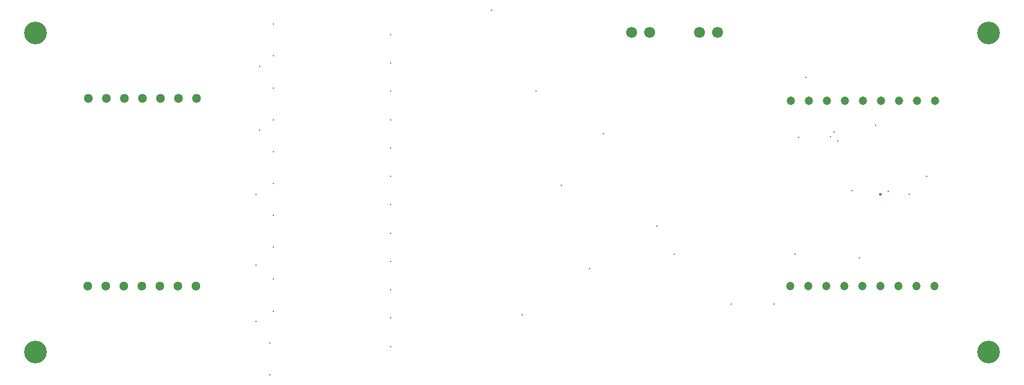
<source format=gbr>
%TF.GenerationSoftware,KiCad,Pcbnew,7.0.6*%
%TF.CreationDate,2023-08-31T22:42:39+02:00*%
%TF.ProjectId,BMS V1.0,424d5320-5631-42e3-902e-6b696361645f,rev?*%
%TF.SameCoordinates,Original*%
%TF.FileFunction,Plated,1,2,PTH,Drill*%
%TF.FilePolarity,Positive*%
%FSLAX46Y46*%
G04 Gerber Fmt 4.6, Leading zero omitted, Abs format (unit mm)*
G04 Created by KiCad (PCBNEW 7.0.6) date 2023-08-31 22:42:39*
%MOMM*%
%LPD*%
G01*
G04 APERTURE LIST*
%TA.AperFunction,ViaDrill*%
%ADD10C,0.300000*%
%TD*%
%TA.AperFunction,ViaDrill*%
%ADD11C,0.400000*%
%TD*%
%TA.AperFunction,ComponentDrill*%
%ADD12C,1.200000*%
%TD*%
%TA.AperFunction,ComponentDrill*%
%ADD13C,1.300000*%
%TD*%
%TA.AperFunction,ComponentDrill*%
%ADD14C,1.550000*%
%TD*%
%TA.AperFunction,ComponentDrill*%
%ADD15C,3.200000*%
%TD*%
G04 APERTURE END LIST*
D10*
X100550000Y-91000000D03*
X100550000Y-101000000D03*
X100550000Y-109000000D03*
X101050000Y-73000000D03*
X101050000Y-82000000D03*
X102500000Y-112000000D03*
X102500000Y-116500000D03*
X103000000Y-67000000D03*
X103000000Y-71500000D03*
X103000000Y-76000000D03*
X103000000Y-80500000D03*
X103000000Y-85000000D03*
X103000000Y-89500000D03*
X103000000Y-94000000D03*
X103000000Y-98500000D03*
X103000000Y-103000000D03*
X103000000Y-107500000D03*
X119500000Y-68500000D03*
X119500000Y-72500000D03*
X119500000Y-76500000D03*
X119500000Y-80500000D03*
X119500000Y-84500000D03*
X119500000Y-88500000D03*
X119500000Y-92500000D03*
X119500000Y-96500000D03*
X119500000Y-100500000D03*
X119500000Y-104500000D03*
X119500000Y-108500000D03*
X119500000Y-112500000D03*
X133750000Y-65000000D03*
X138000000Y-108000000D03*
X140000000Y-76500000D03*
X143500000Y-89750000D03*
X147500000Y-101500000D03*
X149500000Y-82500000D03*
X157000000Y-95500000D03*
X159500000Y-99500000D03*
X167500000Y-106500000D03*
X173500000Y-106500000D03*
X176500000Y-99500000D03*
X177000000Y-83000000D03*
X178000000Y-74500000D03*
X181500000Y-82925500D03*
X182000000Y-82225000D03*
X182500000Y-83525000D03*
X184500000Y-90500000D03*
X185500000Y-100000000D03*
X187844425Y-81312811D03*
X189635627Y-90635627D03*
X192602012Y-91057008D03*
X195000000Y-88500000D03*
D11*
X188500000Y-91000000D03*
D12*
%TO.C,J4*%
X175840000Y-104000000D03*
%TO.C,J5*%
X175880000Y-77775000D03*
%TO.C,J4*%
X178380000Y-104000000D03*
%TO.C,J5*%
X178420000Y-77775000D03*
%TO.C,J4*%
X180920000Y-104000000D03*
%TO.C,J5*%
X180960000Y-77775000D03*
%TO.C,J4*%
X183460000Y-104000000D03*
%TO.C,J5*%
X183500000Y-77775000D03*
%TO.C,J4*%
X186000000Y-104000000D03*
%TO.C,J5*%
X186040000Y-77775000D03*
%TO.C,J4*%
X188540000Y-104000000D03*
%TO.C,J5*%
X188580000Y-77775000D03*
%TO.C,J4*%
X191080000Y-104000000D03*
%TO.C,J5*%
X191120000Y-77775000D03*
%TO.C,J4*%
X193620000Y-104000000D03*
%TO.C,J5*%
X193660000Y-77775000D03*
%TO.C,J4*%
X196160000Y-104000000D03*
%TO.C,J5*%
X196200000Y-77775000D03*
D13*
%TO.C,J2*%
X76810000Y-104000000D03*
%TO.C,J6*%
X76930000Y-77500000D03*
%TO.C,J2*%
X79350000Y-104000000D03*
%TO.C,J6*%
X79470000Y-77500000D03*
%TO.C,J2*%
X81890000Y-104000000D03*
%TO.C,J6*%
X82010000Y-77500000D03*
%TO.C,J2*%
X84430000Y-104000000D03*
%TO.C,J6*%
X84550000Y-77500000D03*
%TO.C,J2*%
X86970000Y-104000000D03*
%TO.C,J6*%
X87090000Y-77500000D03*
%TO.C,J2*%
X89510000Y-104000000D03*
%TO.C,J6*%
X89630000Y-77500000D03*
%TO.C,J2*%
X92050000Y-104000000D03*
%TO.C,J6*%
X92170000Y-77500000D03*
D14*
%TO.C,J1*%
X153460000Y-68155000D03*
X156000000Y-68155000D03*
%TO.C,J3*%
X163000000Y-68155000D03*
X165540000Y-68155000D03*
D15*
%TO.C,REF\u002A\u002A*%
X69500000Y-68250000D03*
%TO.C,*%
X69500000Y-113250000D03*
X203750000Y-68250000D03*
X203750000Y-113250000D03*
M02*

</source>
